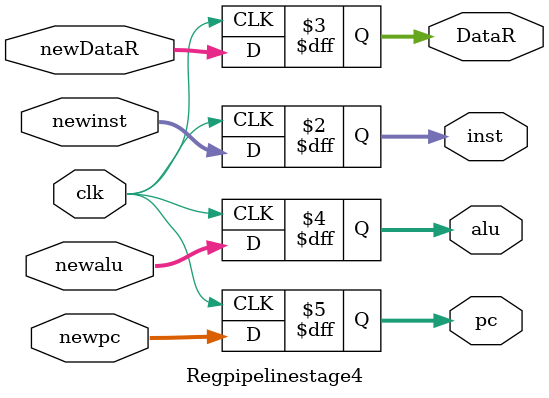
<source format=sv>
/* verilator lint_off DECLFILENAME */
module Regpipelinestage0 (clk,newpc,pc,rst,stall);
/* verilator lint_on DECLFILENAME */
/* verilator lint_off UNUSED */
	input wire [31:0]newpc;
	input wire clk,rst,stall;
	output reg [31:0]pc;
	always_ff @(negedge clk) begin
		if (rst==1) 
			pc <= 0;
		else begin
			if (stall)
				pc <= pc;
			else
				pc <= newpc;
		end
	end
endmodule

module Regpipelinestage1 (clk,rst,newinst,newpc,inst,pc,stall);
	input wire [31:0]newinst,newpc;
	input wire clk,rst,stall;
	output reg [31:0]inst,pc;
	always_ff @(negedge clk) begin
		if (rst==1) begin
			inst<=32'h000033;
			pc<=0;
		end
		else begin
			if (stall) begin 
				inst <= 32'h00000033;
				pc <= pc;
			end
			else begin
				inst<=newinst;
				pc<=newpc;
			end
		end
	end
	endmodule

module Regpipelinestage2 (clk,rst,newrs1,newrs2,newpc,newinst,inst,pc,rs1,rs2,stall);
	input wire [31:0]newinst,newpc,newrs1,newrs2;
	input wire clk,rst,stall;
	output reg [31:0]inst,pc,rs1,rs2;

	always_ff @(negedge clk) begin
		if (rst==1) begin
			inst<=32'h00000033;
			pc<=0;
			rs1<=0;
			rs2<=0;
		end
		else begin
			inst<=newinst;
			pc<=newpc;
			rs1<=newrs1;
			rs2<=newrs2;
			
		end
	end
endmodule

module Regpipelinestage3 (clk,rst,newalu,newrs2,newpc,newinst,inst,pc,alu,rs2);
	input wire [31:0]newinst,newpc,newalu,newrs2;
	input wire clk,rst;
	output reg [31:0]inst,pc,alu,rs2;
	always_ff @(negedge clk) begin
		if (rst==1) begin
			inst<=32'h00000033;
			pc<=newpc;
			alu<=0;	
			rs2<=0;
		end
		else begin
			inst<=newinst;
			pc<=newpc;
			alu<=newalu;
			rs2<=newrs2;
		end
	end
endmodule

module Regpipelinestage4 (clk,newDataR,newinst,newalu,newpc,alu,inst,DataR,pc);
	input wire [31:0]newinst,newDataR,newalu,newpc;
	input wire clk;
	output reg [31:0]inst,DataR,alu,pc;
	always_ff @(negedge clk) begin
		inst<=newinst;
		DataR<=newDataR;
		alu<=newalu;
		pc<=newpc;
	end
endmodule
/* verilator lint_on UNUSED */

</source>
